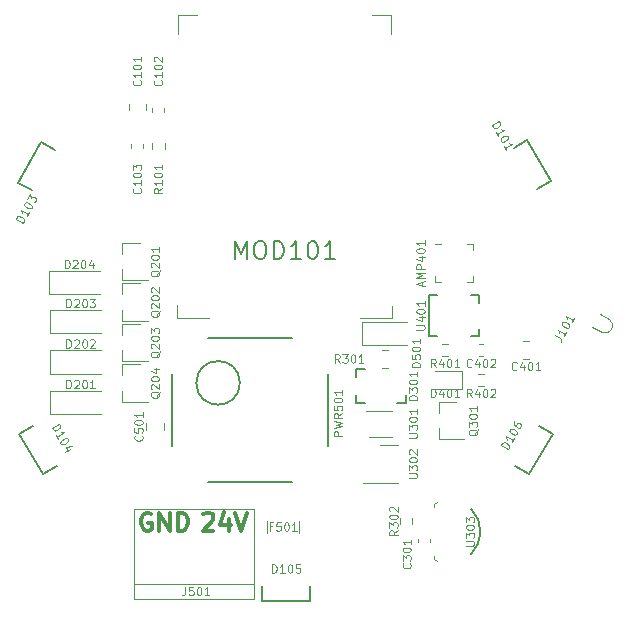
<source format=gbr>
G04 #@! TF.GenerationSoftware,KiCad,Pcbnew,5.0.2+dfsg1-1*
G04 #@! TF.CreationDate,2021-02-26T15:03:44+01:00*
G04 #@! TF.ProjectId,KiCAD_Board,4b694341-445f-4426-9f61-72642e6b6963,rev?*
G04 #@! TF.SameCoordinates,Original*
G04 #@! TF.FileFunction,Legend,Top*
G04 #@! TF.FilePolarity,Positive*
%FSLAX46Y46*%
G04 Gerber Fmt 4.6, Leading zero omitted, Abs format (unit mm)*
G04 Created by KiCad (PCBNEW 5.0.2+dfsg1-1) date Fri 26 Feb 2021 15:03:44 CET*
%MOMM*%
%LPD*%
G01*
G04 APERTURE LIST*
%ADD10C,0.300000*%
%ADD11C,0.120000*%
%ADD12C,0.100000*%
%ADD13C,0.150000*%
G04 APERTURE END LIST*
D10*
X141597285Y-122511428D02*
X141668714Y-122440000D01*
X141811571Y-122368571D01*
X142168714Y-122368571D01*
X142311571Y-122440000D01*
X142383000Y-122511428D01*
X142454428Y-122654285D01*
X142454428Y-122797142D01*
X142383000Y-123011428D01*
X141525857Y-123868571D01*
X142454428Y-123868571D01*
X143740142Y-122868571D02*
X143740142Y-123868571D01*
X143383000Y-122297142D02*
X143025857Y-123368571D01*
X143954428Y-123368571D01*
X144311571Y-122368571D02*
X144811571Y-123868571D01*
X145311571Y-122368571D01*
X137160142Y-122440000D02*
X137017285Y-122368571D01*
X136803000Y-122368571D01*
X136588714Y-122440000D01*
X136445857Y-122582857D01*
X136374428Y-122725714D01*
X136303000Y-123011428D01*
X136303000Y-123225714D01*
X136374428Y-123511428D01*
X136445857Y-123654285D01*
X136588714Y-123797142D01*
X136803000Y-123868571D01*
X136945857Y-123868571D01*
X137160142Y-123797142D01*
X137231571Y-123725714D01*
X137231571Y-123225714D01*
X136945857Y-123225714D01*
X137874428Y-123868571D02*
X137874428Y-122368571D01*
X138731571Y-123868571D01*
X138731571Y-122368571D01*
X139445857Y-123868571D02*
X139445857Y-122368571D01*
X139803000Y-122368571D01*
X140017285Y-122440000D01*
X140160142Y-122582857D01*
X140231571Y-122725714D01*
X140303000Y-123011428D01*
X140303000Y-123225714D01*
X140231571Y-123511428D01*
X140160142Y-123654285D01*
X140017285Y-123797142D01*
X139803000Y-123868571D01*
X139445857Y-123868571D01*
D11*
G04 #@! TO.C,D501*
X155026000Y-106188000D02*
X158876000Y-106188000D01*
X155026000Y-108188000D02*
X158876000Y-108188000D01*
X155026000Y-106188000D02*
X155026000Y-108188000D01*
G04 #@! TO.C,C301*
X160784000Y-124854580D02*
X160784000Y-124573420D01*
X159764000Y-124854580D02*
X159764000Y-124573420D01*
G04 #@! TO.C,R302*
X159272500Y-123300258D02*
X159272500Y-122825742D01*
X158227500Y-123300258D02*
X158227500Y-122825742D01*
G04 #@! TO.C,C501*
X138250600Y-115323252D02*
X138250600Y-114800748D01*
X136780600Y-115323252D02*
X136780600Y-114800748D01*
G04 #@! TO.C,C401*
X169171252Y-107850000D02*
X168648748Y-107850000D01*
X169171252Y-109320000D02*
X168648748Y-109320000D01*
D12*
G04 #@! TO.C,J101*
X175310838Y-107065900D02*
G75*
G03X175945838Y-105966046I317500J549927D01*
G01*
X175945838Y-105966046D02*
X175175942Y-105521546D01*
X175310838Y-107065899D02*
X174540942Y-106621399D01*
G04 #@! TO.C,U303*
X161087000Y-121602000D02*
X161387000Y-121452000D01*
X161087000Y-121902000D02*
X161087000Y-121602000D01*
X161087000Y-126302000D02*
X161087000Y-126002000D01*
X161087000Y-126302000D02*
X161387000Y-126452000D01*
D13*
X164237000Y-125902000D02*
G75*
G03X164287000Y-122052000I-1900000J1950000D01*
G01*
D11*
G04 #@! TO.C,C102*
X138305000Y-88405580D02*
X138305000Y-88124420D01*
X137285000Y-88405580D02*
X137285000Y-88124420D01*
G04 #@! TO.C,C103*
X135507000Y-91172420D02*
X135507000Y-91453580D01*
X136527000Y-91172420D02*
X136527000Y-91453580D01*
G04 #@! TO.C,C101*
X136752000Y-88272252D02*
X136752000Y-87749748D01*
X135282000Y-88272252D02*
X135282000Y-87749748D01*
G04 #@! TO.C,R101*
X138317500Y-91550258D02*
X138317500Y-91075742D01*
X137272500Y-91550258D02*
X137272500Y-91075742D01*
G04 #@! TO.C,R301*
X156744936Y-110082000D02*
X157199064Y-110082000D01*
X156744936Y-108612000D02*
X157199064Y-108612000D01*
G04 #@! TO.C,C402*
X165240580Y-108075000D02*
X164959420Y-108075000D01*
X165240580Y-109095000D02*
X164959420Y-109095000D01*
G04 #@! TO.C,D401*
X163537000Y-110390000D02*
X161252000Y-110390000D01*
X163537000Y-111860000D02*
X163537000Y-110390000D01*
X161252000Y-111860000D02*
X163537000Y-111860000D01*
G04 #@! TO.C,R402*
X164862741Y-111647500D02*
X165337257Y-111647500D01*
X164862741Y-110602500D02*
X165337257Y-110602500D01*
G04 #@! TO.C,R401*
X161814742Y-109107500D02*
X162289258Y-109107500D01*
X161814742Y-108062500D02*
X162289258Y-108062500D01*
G04 #@! TO.C,AMP401*
X161679000Y-99609000D02*
X161204000Y-99609000D01*
X164424000Y-102829000D02*
X164424000Y-102354000D01*
X163949000Y-102829000D02*
X164424000Y-102829000D01*
X161204000Y-102829000D02*
X161204000Y-102354000D01*
X161679000Y-102829000D02*
X161204000Y-102829000D01*
X164424000Y-99609000D02*
X164424000Y-100084000D01*
X163949000Y-99609000D02*
X164424000Y-99609000D01*
G04 #@! TO.C,F501*
X146976000Y-123080545D02*
X146976000Y-124061455D01*
X149696000Y-123080545D02*
X149696000Y-124061455D01*
G04 #@! TO.C,J501*
X135763000Y-129667000D02*
X145923000Y-129667000D01*
X135763000Y-122047000D02*
X135763000Y-129667000D01*
X145923000Y-122047000D02*
X135763000Y-122047000D01*
X145923000Y-129667000D02*
X145923000Y-122047000D01*
X145923000Y-128397000D02*
X135763000Y-128397000D01*
D13*
G04 #@! TO.C,PWR501*
X138938000Y-116713000D02*
X138938000Y-110617000D01*
X149098000Y-119761000D02*
X141986000Y-119761000D01*
X152146000Y-110617000D02*
X152146000Y-116713000D01*
X141986000Y-107569000D02*
X149098000Y-107569000D01*
X144685909Y-111365000D02*
G75*
G03X144685909Y-111365000I-1843909J0D01*
G01*
D11*
G04 #@! TO.C,D202*
X128641000Y-110601000D02*
X132941000Y-110601000D01*
X128641000Y-108601000D02*
X128641000Y-110601000D01*
X132941000Y-108601000D02*
X128641000Y-108601000D01*
G04 #@! TO.C,D203*
X128641001Y-107172000D02*
X132941001Y-107172000D01*
X128641001Y-105172000D02*
X128641001Y-107172000D01*
X132941001Y-105172000D02*
X128641001Y-105172000D01*
G04 #@! TO.C,D204*
X128514001Y-103870001D02*
X132814001Y-103870001D01*
X128514001Y-101870001D02*
X128514001Y-103870001D01*
X132814001Y-101870001D02*
X128514001Y-101870001D01*
G04 #@! TO.C,D201*
X128641000Y-114030000D02*
X132941000Y-114030000D01*
X128641000Y-112030000D02*
X128641000Y-114030000D01*
X132941000Y-112030000D02*
X128641000Y-112030000D01*
G04 #@! TO.C,U301*
X155391000Y-113708000D02*
X157591000Y-113708000D01*
X155611000Y-115908000D02*
X157581000Y-115908000D01*
G04 #@! TO.C,U302*
X155091000Y-119847000D02*
X158091000Y-119847000D01*
X156591000Y-116627000D02*
X158091000Y-116627000D01*
G04 #@! TO.C,Q301*
X161546000Y-112974000D02*
X163006000Y-112974000D01*
X161546000Y-116134000D02*
X163706000Y-116134000D01*
X161546000Y-116134000D02*
X161546000Y-115204000D01*
X161546000Y-112974000D02*
X161546000Y-113904000D01*
G04 #@! TO.C,Q204*
X134749000Y-109799000D02*
X136209000Y-109799000D01*
X134749000Y-112959000D02*
X136909000Y-112959000D01*
X134749000Y-112959000D02*
X134749000Y-112029000D01*
X134749000Y-109799000D02*
X134749000Y-110729000D01*
G04 #@! TO.C,Q203*
X134749000Y-106370000D02*
X136209000Y-106370000D01*
X134749000Y-109530000D02*
X136909000Y-109530000D01*
X134749000Y-109530000D02*
X134749000Y-108600000D01*
X134749000Y-106370000D02*
X134749000Y-107300000D01*
G04 #@! TO.C,Q202*
X134749000Y-102941000D02*
X136209000Y-102941000D01*
X134749000Y-106101000D02*
X136909000Y-106101000D01*
X134749000Y-106101000D02*
X134749000Y-105171000D01*
X134749000Y-102941000D02*
X134749000Y-103871000D01*
G04 #@! TO.C,Q201*
X134749000Y-99512000D02*
X136209000Y-99512000D01*
X134749000Y-102672000D02*
X136909000Y-102672000D01*
X134749000Y-102672000D02*
X134749000Y-101742000D01*
X134749000Y-99512000D02*
X134749000Y-100442000D01*
D13*
G04 #@! TO.C,U401*
X160738000Y-107364000D02*
X161338000Y-107364000D01*
X160738000Y-103964000D02*
X160738000Y-107364000D01*
X161338000Y-103964000D02*
X160738000Y-103964000D01*
X164938000Y-103964000D02*
X164238000Y-103964000D01*
X164938000Y-104564000D02*
X164938000Y-103964000D01*
X164938000Y-107364000D02*
X164938000Y-106764000D01*
X164938000Y-107364000D02*
X164238000Y-107364000D01*
G04 #@! TO.C,D106*
X170002970Y-114980949D02*
X171168641Y-115653949D01*
X169168641Y-119118051D02*
X168002970Y-118445051D01*
X171168641Y-115653949D02*
X169168641Y-119118051D01*
G04 #@! TO.C,D105*
X150590000Y-128524000D02*
X150590000Y-129870000D01*
X146590000Y-129870000D02*
X146590000Y-128524000D01*
X150590000Y-129870000D02*
X146590000Y-129870000D01*
G04 #@! TO.C,D104*
X129177030Y-118445051D02*
X128011359Y-119118051D01*
X126011359Y-115653949D02*
X127177030Y-114980949D01*
X128011359Y-119118051D02*
X126011359Y-115653949D01*
G04 #@! TO.C,D103*
X127050030Y-95077051D02*
X125884359Y-94404051D01*
X127884359Y-90939949D02*
X129050030Y-91612949D01*
X125884359Y-94404051D02*
X127884359Y-90939949D01*
G04 #@! TO.C,D101*
X167875970Y-91485949D02*
X169041641Y-90812949D01*
X171041641Y-94277051D02*
X169875970Y-94950051D01*
X169041641Y-90812949D02*
X171041641Y-94277051D01*
G04 #@! TO.C,D301*
X154491000Y-110233000D02*
X155291000Y-110233000D01*
X154491000Y-110833000D02*
X154491000Y-110233000D01*
X154491000Y-113033000D02*
X154491000Y-112433000D01*
X155291000Y-113033000D02*
X154491000Y-113033000D01*
X158791000Y-113033000D02*
X157991000Y-113033000D01*
X158791000Y-112433000D02*
X158791000Y-113033000D01*
D12*
G04 #@! TO.C,MOD101*
X139393000Y-105842000D02*
X142043000Y-105842000D01*
X139393000Y-104792000D02*
X139393000Y-105842000D01*
X157543000Y-105862000D02*
X154843000Y-105862000D01*
X157543000Y-104822000D02*
X157543000Y-105862000D01*
X139423000Y-80222000D02*
X141053000Y-80222000D01*
X139423000Y-81852000D02*
X139423000Y-80222000D01*
X157493000Y-80222000D02*
X155853000Y-80222000D01*
X157493000Y-81842000D02*
X157493000Y-80222000D01*
G04 #@! TO.C,D501*
X159955666Y-110022333D02*
X159255666Y-110022333D01*
X159255666Y-109855666D01*
X159289000Y-109755666D01*
X159355666Y-109689000D01*
X159422333Y-109655666D01*
X159555666Y-109622333D01*
X159655666Y-109622333D01*
X159789000Y-109655666D01*
X159855666Y-109689000D01*
X159922333Y-109755666D01*
X159955666Y-109855666D01*
X159955666Y-110022333D01*
X159255666Y-108989000D02*
X159255666Y-109322333D01*
X159589000Y-109355666D01*
X159555666Y-109322333D01*
X159522333Y-109255666D01*
X159522333Y-109089000D01*
X159555666Y-109022333D01*
X159589000Y-108989000D01*
X159655666Y-108955666D01*
X159822333Y-108955666D01*
X159889000Y-108989000D01*
X159922333Y-109022333D01*
X159955666Y-109089000D01*
X159955666Y-109255666D01*
X159922333Y-109322333D01*
X159889000Y-109355666D01*
X159255666Y-108522333D02*
X159255666Y-108455666D01*
X159289000Y-108389000D01*
X159322333Y-108355666D01*
X159389000Y-108322333D01*
X159522333Y-108289000D01*
X159689000Y-108289000D01*
X159822333Y-108322333D01*
X159889000Y-108355666D01*
X159922333Y-108389000D01*
X159955666Y-108455666D01*
X159955666Y-108522333D01*
X159922333Y-108589000D01*
X159889000Y-108622333D01*
X159822333Y-108655666D01*
X159689000Y-108689000D01*
X159522333Y-108689000D01*
X159389000Y-108655666D01*
X159322333Y-108622333D01*
X159289000Y-108589000D01*
X159255666Y-108522333D01*
X159955666Y-107622333D02*
X159955666Y-108022333D01*
X159955666Y-107822333D02*
X159255666Y-107822333D01*
X159355666Y-107889000D01*
X159422333Y-107955666D01*
X159455666Y-108022333D01*
G04 #@! TO.C,C301*
X159094000Y-126640333D02*
X159127333Y-126673666D01*
X159160666Y-126773666D01*
X159160666Y-126840333D01*
X159127333Y-126940333D01*
X159060666Y-127007000D01*
X158994000Y-127040333D01*
X158860666Y-127073666D01*
X158760666Y-127073666D01*
X158627333Y-127040333D01*
X158560666Y-127007000D01*
X158494000Y-126940333D01*
X158460666Y-126840333D01*
X158460666Y-126773666D01*
X158494000Y-126673666D01*
X158527333Y-126640333D01*
X158460666Y-126407000D02*
X158460666Y-125973666D01*
X158727333Y-126207000D01*
X158727333Y-126107000D01*
X158760666Y-126040333D01*
X158794000Y-126007000D01*
X158860666Y-125973666D01*
X159027333Y-125973666D01*
X159094000Y-126007000D01*
X159127333Y-126040333D01*
X159160666Y-126107000D01*
X159160666Y-126307000D01*
X159127333Y-126373666D01*
X159094000Y-126407000D01*
X158460666Y-125540333D02*
X158460666Y-125473666D01*
X158494000Y-125407000D01*
X158527333Y-125373666D01*
X158594000Y-125340333D01*
X158727333Y-125307000D01*
X158894000Y-125307000D01*
X159027333Y-125340333D01*
X159094000Y-125373666D01*
X159127333Y-125407000D01*
X159160666Y-125473666D01*
X159160666Y-125540333D01*
X159127333Y-125607000D01*
X159094000Y-125640333D01*
X159027333Y-125673666D01*
X158894000Y-125707000D01*
X158727333Y-125707000D01*
X158594000Y-125673666D01*
X158527333Y-125640333D01*
X158494000Y-125607000D01*
X158460666Y-125540333D01*
X159160666Y-124640333D02*
X159160666Y-125040333D01*
X159160666Y-124840333D02*
X158460666Y-124840333D01*
X158560666Y-124907000D01*
X158627333Y-124973666D01*
X158660666Y-125040333D01*
G04 #@! TO.C,R302*
X158050666Y-123846333D02*
X157717333Y-124079666D01*
X158050666Y-124246333D02*
X157350666Y-124246333D01*
X157350666Y-123979666D01*
X157384000Y-123913000D01*
X157417333Y-123879666D01*
X157484000Y-123846333D01*
X157584000Y-123846333D01*
X157650666Y-123879666D01*
X157684000Y-123913000D01*
X157717333Y-123979666D01*
X157717333Y-124246333D01*
X157350666Y-123613000D02*
X157350666Y-123179666D01*
X157617333Y-123413000D01*
X157617333Y-123313000D01*
X157650666Y-123246333D01*
X157684000Y-123213000D01*
X157750666Y-123179666D01*
X157917333Y-123179666D01*
X157984000Y-123213000D01*
X158017333Y-123246333D01*
X158050666Y-123313000D01*
X158050666Y-123513000D01*
X158017333Y-123579666D01*
X157984000Y-123613000D01*
X157350666Y-122746333D02*
X157350666Y-122679666D01*
X157384000Y-122613000D01*
X157417333Y-122579666D01*
X157484000Y-122546333D01*
X157617333Y-122513000D01*
X157784000Y-122513000D01*
X157917333Y-122546333D01*
X157984000Y-122579666D01*
X158017333Y-122613000D01*
X158050666Y-122679666D01*
X158050666Y-122746333D01*
X158017333Y-122813000D01*
X157984000Y-122846333D01*
X157917333Y-122879666D01*
X157784000Y-122913000D01*
X157617333Y-122913000D01*
X157484000Y-122879666D01*
X157417333Y-122846333D01*
X157384000Y-122813000D01*
X157350666Y-122746333D01*
X157417333Y-122246333D02*
X157384000Y-122213000D01*
X157350666Y-122146333D01*
X157350666Y-121979666D01*
X157384000Y-121913000D01*
X157417333Y-121879666D01*
X157484000Y-121846333D01*
X157550666Y-121846333D01*
X157650666Y-121879666D01*
X158050666Y-122279666D01*
X158050666Y-121846333D01*
G04 #@! TO.C,C501*
X136394000Y-115845333D02*
X136427333Y-115878666D01*
X136460666Y-115978666D01*
X136460666Y-116045333D01*
X136427333Y-116145333D01*
X136360666Y-116212000D01*
X136294000Y-116245333D01*
X136160666Y-116278666D01*
X136060666Y-116278666D01*
X135927333Y-116245333D01*
X135860666Y-116212000D01*
X135794000Y-116145333D01*
X135760666Y-116045333D01*
X135760666Y-115978666D01*
X135794000Y-115878666D01*
X135827333Y-115845333D01*
X135760666Y-115212000D02*
X135760666Y-115545333D01*
X136094000Y-115578666D01*
X136060666Y-115545333D01*
X136027333Y-115478666D01*
X136027333Y-115312000D01*
X136060666Y-115245333D01*
X136094000Y-115212000D01*
X136160666Y-115178666D01*
X136327333Y-115178666D01*
X136394000Y-115212000D01*
X136427333Y-115245333D01*
X136460666Y-115312000D01*
X136460666Y-115478666D01*
X136427333Y-115545333D01*
X136394000Y-115578666D01*
X135760666Y-114745333D02*
X135760666Y-114678666D01*
X135794000Y-114612000D01*
X135827333Y-114578666D01*
X135894000Y-114545333D01*
X136027333Y-114512000D01*
X136194000Y-114512000D01*
X136327333Y-114545333D01*
X136394000Y-114578666D01*
X136427333Y-114612000D01*
X136460666Y-114678666D01*
X136460666Y-114745333D01*
X136427333Y-114812000D01*
X136394000Y-114845333D01*
X136327333Y-114878666D01*
X136194000Y-114912000D01*
X136027333Y-114912000D01*
X135894000Y-114878666D01*
X135827333Y-114845333D01*
X135794000Y-114812000D01*
X135760666Y-114745333D01*
X136460666Y-113845333D02*
X136460666Y-114245333D01*
X136460666Y-114045333D02*
X135760666Y-114045333D01*
X135860666Y-114112000D01*
X135927333Y-114178666D01*
X135960666Y-114245333D01*
G04 #@! TO.C,C401*
X168126666Y-110232000D02*
X168093333Y-110265333D01*
X167993333Y-110298666D01*
X167926666Y-110298666D01*
X167826666Y-110265333D01*
X167760000Y-110198666D01*
X167726666Y-110132000D01*
X167693333Y-109998666D01*
X167693333Y-109898666D01*
X167726666Y-109765333D01*
X167760000Y-109698666D01*
X167826666Y-109632000D01*
X167926666Y-109598666D01*
X167993333Y-109598666D01*
X168093333Y-109632000D01*
X168126666Y-109665333D01*
X168726666Y-109832000D02*
X168726666Y-110298666D01*
X168560000Y-109565333D02*
X168393333Y-110065333D01*
X168826666Y-110065333D01*
X169226666Y-109598666D02*
X169293333Y-109598666D01*
X169360000Y-109632000D01*
X169393333Y-109665333D01*
X169426666Y-109732000D01*
X169460000Y-109865333D01*
X169460000Y-110032000D01*
X169426666Y-110165333D01*
X169393333Y-110232000D01*
X169360000Y-110265333D01*
X169293333Y-110298666D01*
X169226666Y-110298666D01*
X169160000Y-110265333D01*
X169126666Y-110232000D01*
X169093333Y-110165333D01*
X169060000Y-110032000D01*
X169060000Y-109865333D01*
X169093333Y-109732000D01*
X169126666Y-109665333D01*
X169160000Y-109632000D01*
X169226666Y-109598666D01*
X170126666Y-110298666D02*
X169726666Y-110298666D01*
X169926666Y-110298666D02*
X169926666Y-109598666D01*
X169860000Y-109698666D01*
X169793333Y-109765333D01*
X169726666Y-109798666D01*
G04 #@! TO.C,J101*
X171364201Y-107293007D02*
X171797214Y-107543007D01*
X171867150Y-107621874D01*
X171891551Y-107712943D01*
X171870419Y-107816212D01*
X171837086Y-107873947D01*
X172320419Y-107036789D02*
X172120419Y-107383199D01*
X172220419Y-107209994D02*
X171614201Y-106859994D01*
X171667470Y-106967729D01*
X171691872Y-107058797D01*
X171687406Y-107133199D01*
X171930868Y-106311511D02*
X171964201Y-106253776D01*
X172026402Y-106212708D01*
X172071936Y-106200507D01*
X172146338Y-106204973D01*
X172278475Y-106242772D01*
X172422812Y-106326105D01*
X172521615Y-106421639D01*
X172562684Y-106483840D01*
X172574885Y-106529375D01*
X172570419Y-106603776D01*
X172537086Y-106661511D01*
X172474885Y-106702580D01*
X172429351Y-106714780D01*
X172354949Y-106710315D01*
X172222812Y-106672515D01*
X172078475Y-106589182D01*
X171979671Y-106493648D01*
X171938603Y-106431447D01*
X171926402Y-106385913D01*
X171930868Y-106311511D01*
X172987086Y-105882088D02*
X172787086Y-106228499D01*
X172887086Y-106055293D02*
X172280868Y-105705293D01*
X172334137Y-105813028D01*
X172358539Y-105904097D01*
X172354073Y-105978499D01*
G04 #@! TO.C,U303*
X163827666Y-125152000D02*
X164394333Y-125152000D01*
X164461000Y-125118666D01*
X164494333Y-125085333D01*
X164527666Y-125018666D01*
X164527666Y-124885333D01*
X164494333Y-124818666D01*
X164461000Y-124785333D01*
X164394333Y-124752000D01*
X163827666Y-124752000D01*
X163827666Y-124485333D02*
X163827666Y-124052000D01*
X164094333Y-124285333D01*
X164094333Y-124185333D01*
X164127666Y-124118666D01*
X164161000Y-124085333D01*
X164227666Y-124052000D01*
X164394333Y-124052000D01*
X164461000Y-124085333D01*
X164494333Y-124118666D01*
X164527666Y-124185333D01*
X164527666Y-124385333D01*
X164494333Y-124452000D01*
X164461000Y-124485333D01*
X163827666Y-123618666D02*
X163827666Y-123552000D01*
X163861000Y-123485333D01*
X163894333Y-123452000D01*
X163961000Y-123418666D01*
X164094333Y-123385333D01*
X164261000Y-123385333D01*
X164394333Y-123418666D01*
X164461000Y-123452000D01*
X164494333Y-123485333D01*
X164527666Y-123552000D01*
X164527666Y-123618666D01*
X164494333Y-123685333D01*
X164461000Y-123718666D01*
X164394333Y-123752000D01*
X164261000Y-123785333D01*
X164094333Y-123785333D01*
X163961000Y-123752000D01*
X163894333Y-123718666D01*
X163861000Y-123685333D01*
X163827666Y-123618666D01*
X163827666Y-123152000D02*
X163827666Y-122718666D01*
X164094333Y-122952000D01*
X164094333Y-122852000D01*
X164127666Y-122785333D01*
X164161000Y-122752000D01*
X164227666Y-122718666D01*
X164394333Y-122718666D01*
X164461000Y-122752000D01*
X164494333Y-122785333D01*
X164527666Y-122852000D01*
X164527666Y-123052000D01*
X164494333Y-123118666D01*
X164461000Y-123152000D01*
G04 #@! TO.C,C102*
X138045000Y-85746333D02*
X138078333Y-85779666D01*
X138111666Y-85879666D01*
X138111666Y-85946333D01*
X138078333Y-86046333D01*
X138011666Y-86113000D01*
X137945000Y-86146333D01*
X137811666Y-86179666D01*
X137711666Y-86179666D01*
X137578333Y-86146333D01*
X137511666Y-86113000D01*
X137445000Y-86046333D01*
X137411666Y-85946333D01*
X137411666Y-85879666D01*
X137445000Y-85779666D01*
X137478333Y-85746333D01*
X138111666Y-85079666D02*
X138111666Y-85479666D01*
X138111666Y-85279666D02*
X137411666Y-85279666D01*
X137511666Y-85346333D01*
X137578333Y-85413000D01*
X137611666Y-85479666D01*
X137411666Y-84646333D02*
X137411666Y-84579666D01*
X137445000Y-84513000D01*
X137478333Y-84479666D01*
X137545000Y-84446333D01*
X137678333Y-84413000D01*
X137845000Y-84413000D01*
X137978333Y-84446333D01*
X138045000Y-84479666D01*
X138078333Y-84513000D01*
X138111666Y-84579666D01*
X138111666Y-84646333D01*
X138078333Y-84713000D01*
X138045000Y-84746333D01*
X137978333Y-84779666D01*
X137845000Y-84813000D01*
X137678333Y-84813000D01*
X137545000Y-84779666D01*
X137478333Y-84746333D01*
X137445000Y-84713000D01*
X137411666Y-84646333D01*
X137478333Y-84146333D02*
X137445000Y-84113000D01*
X137411666Y-84046333D01*
X137411666Y-83879666D01*
X137445000Y-83813000D01*
X137478333Y-83779666D01*
X137545000Y-83746333D01*
X137611666Y-83746333D01*
X137711666Y-83779666D01*
X138111666Y-84179666D01*
X138111666Y-83746333D01*
G04 #@! TO.C,C103*
X136267000Y-94890333D02*
X136300333Y-94923666D01*
X136333666Y-95023666D01*
X136333666Y-95090333D01*
X136300333Y-95190333D01*
X136233666Y-95257000D01*
X136167000Y-95290333D01*
X136033666Y-95323666D01*
X135933666Y-95323666D01*
X135800333Y-95290333D01*
X135733666Y-95257000D01*
X135667000Y-95190333D01*
X135633666Y-95090333D01*
X135633666Y-95023666D01*
X135667000Y-94923666D01*
X135700333Y-94890333D01*
X136333666Y-94223666D02*
X136333666Y-94623666D01*
X136333666Y-94423666D02*
X135633666Y-94423666D01*
X135733666Y-94490333D01*
X135800333Y-94557000D01*
X135833666Y-94623666D01*
X135633666Y-93790333D02*
X135633666Y-93723666D01*
X135667000Y-93657000D01*
X135700333Y-93623666D01*
X135767000Y-93590333D01*
X135900333Y-93557000D01*
X136067000Y-93557000D01*
X136200333Y-93590333D01*
X136267000Y-93623666D01*
X136300333Y-93657000D01*
X136333666Y-93723666D01*
X136333666Y-93790333D01*
X136300333Y-93857000D01*
X136267000Y-93890333D01*
X136200333Y-93923666D01*
X136067000Y-93957000D01*
X135900333Y-93957000D01*
X135767000Y-93923666D01*
X135700333Y-93890333D01*
X135667000Y-93857000D01*
X135633666Y-93790333D01*
X135633666Y-93323666D02*
X135633666Y-92890333D01*
X135900333Y-93123666D01*
X135900333Y-93023666D01*
X135933666Y-92957000D01*
X135967000Y-92923666D01*
X136033666Y-92890333D01*
X136200333Y-92890333D01*
X136267000Y-92923666D01*
X136300333Y-92957000D01*
X136333666Y-93023666D01*
X136333666Y-93223666D01*
X136300333Y-93290333D01*
X136267000Y-93323666D01*
G04 #@! TO.C,C101*
X136267000Y-85746333D02*
X136300333Y-85779666D01*
X136333666Y-85879666D01*
X136333666Y-85946333D01*
X136300333Y-86046333D01*
X136233666Y-86113000D01*
X136167000Y-86146333D01*
X136033666Y-86179666D01*
X135933666Y-86179666D01*
X135800333Y-86146333D01*
X135733666Y-86113000D01*
X135667000Y-86046333D01*
X135633666Y-85946333D01*
X135633666Y-85879666D01*
X135667000Y-85779666D01*
X135700333Y-85746333D01*
X136333666Y-85079666D02*
X136333666Y-85479666D01*
X136333666Y-85279666D02*
X135633666Y-85279666D01*
X135733666Y-85346333D01*
X135800333Y-85413000D01*
X135833666Y-85479666D01*
X135633666Y-84646333D02*
X135633666Y-84579666D01*
X135667000Y-84513000D01*
X135700333Y-84479666D01*
X135767000Y-84446333D01*
X135900333Y-84413000D01*
X136067000Y-84413000D01*
X136200333Y-84446333D01*
X136267000Y-84479666D01*
X136300333Y-84513000D01*
X136333666Y-84579666D01*
X136333666Y-84646333D01*
X136300333Y-84713000D01*
X136267000Y-84746333D01*
X136200333Y-84779666D01*
X136067000Y-84813000D01*
X135900333Y-84813000D01*
X135767000Y-84779666D01*
X135700333Y-84746333D01*
X135667000Y-84713000D01*
X135633666Y-84646333D01*
X136333666Y-83746333D02*
X136333666Y-84146333D01*
X136333666Y-83946333D02*
X135633666Y-83946333D01*
X135733666Y-84013000D01*
X135800333Y-84079666D01*
X135833666Y-84146333D01*
G04 #@! TO.C,R101*
X138111666Y-94890333D02*
X137778333Y-95123666D01*
X138111666Y-95290333D02*
X137411666Y-95290333D01*
X137411666Y-95023666D01*
X137445000Y-94957000D01*
X137478333Y-94923666D01*
X137545000Y-94890333D01*
X137645000Y-94890333D01*
X137711666Y-94923666D01*
X137745000Y-94957000D01*
X137778333Y-95023666D01*
X137778333Y-95290333D01*
X138111666Y-94223666D02*
X138111666Y-94623666D01*
X138111666Y-94423666D02*
X137411666Y-94423666D01*
X137511666Y-94490333D01*
X137578333Y-94557000D01*
X137611666Y-94623666D01*
X137411666Y-93790333D02*
X137411666Y-93723666D01*
X137445000Y-93657000D01*
X137478333Y-93623666D01*
X137545000Y-93590333D01*
X137678333Y-93557000D01*
X137845000Y-93557000D01*
X137978333Y-93590333D01*
X138045000Y-93623666D01*
X138078333Y-93657000D01*
X138111666Y-93723666D01*
X138111666Y-93790333D01*
X138078333Y-93857000D01*
X138045000Y-93890333D01*
X137978333Y-93923666D01*
X137845000Y-93957000D01*
X137678333Y-93957000D01*
X137545000Y-93923666D01*
X137478333Y-93890333D01*
X137445000Y-93857000D01*
X137411666Y-93790333D01*
X138111666Y-92890333D02*
X138111666Y-93290333D01*
X138111666Y-93090333D02*
X137411666Y-93090333D01*
X137511666Y-93157000D01*
X137578333Y-93223666D01*
X137611666Y-93290333D01*
G04 #@! TO.C,R301*
X153140666Y-109663666D02*
X152907333Y-109330333D01*
X152740666Y-109663666D02*
X152740666Y-108963666D01*
X153007333Y-108963666D01*
X153074000Y-108997000D01*
X153107333Y-109030333D01*
X153140666Y-109097000D01*
X153140666Y-109197000D01*
X153107333Y-109263666D01*
X153074000Y-109297000D01*
X153007333Y-109330333D01*
X152740666Y-109330333D01*
X153374000Y-108963666D02*
X153807333Y-108963666D01*
X153574000Y-109230333D01*
X153674000Y-109230333D01*
X153740666Y-109263666D01*
X153774000Y-109297000D01*
X153807333Y-109363666D01*
X153807333Y-109530333D01*
X153774000Y-109597000D01*
X153740666Y-109630333D01*
X153674000Y-109663666D01*
X153474000Y-109663666D01*
X153407333Y-109630333D01*
X153374000Y-109597000D01*
X154240666Y-108963666D02*
X154307333Y-108963666D01*
X154374000Y-108997000D01*
X154407333Y-109030333D01*
X154440666Y-109097000D01*
X154474000Y-109230333D01*
X154474000Y-109397000D01*
X154440666Y-109530333D01*
X154407333Y-109597000D01*
X154374000Y-109630333D01*
X154307333Y-109663666D01*
X154240666Y-109663666D01*
X154174000Y-109630333D01*
X154140666Y-109597000D01*
X154107333Y-109530333D01*
X154074000Y-109397000D01*
X154074000Y-109230333D01*
X154107333Y-109097000D01*
X154140666Y-109030333D01*
X154174000Y-108997000D01*
X154240666Y-108963666D01*
X155140666Y-109663666D02*
X154740666Y-109663666D01*
X154940666Y-109663666D02*
X154940666Y-108963666D01*
X154874000Y-109063666D01*
X154807333Y-109130333D01*
X154740666Y-109163666D01*
G04 #@! TO.C,C402*
X164316666Y-109978000D02*
X164283333Y-110011333D01*
X164183333Y-110044666D01*
X164116666Y-110044666D01*
X164016666Y-110011333D01*
X163950000Y-109944666D01*
X163916666Y-109878000D01*
X163883333Y-109744666D01*
X163883333Y-109644666D01*
X163916666Y-109511333D01*
X163950000Y-109444666D01*
X164016666Y-109378000D01*
X164116666Y-109344666D01*
X164183333Y-109344666D01*
X164283333Y-109378000D01*
X164316666Y-109411333D01*
X164916666Y-109578000D02*
X164916666Y-110044666D01*
X164750000Y-109311333D02*
X164583333Y-109811333D01*
X165016666Y-109811333D01*
X165416666Y-109344666D02*
X165483333Y-109344666D01*
X165550000Y-109378000D01*
X165583333Y-109411333D01*
X165616666Y-109478000D01*
X165650000Y-109611333D01*
X165650000Y-109778000D01*
X165616666Y-109911333D01*
X165583333Y-109978000D01*
X165550000Y-110011333D01*
X165483333Y-110044666D01*
X165416666Y-110044666D01*
X165350000Y-110011333D01*
X165316666Y-109978000D01*
X165283333Y-109911333D01*
X165250000Y-109778000D01*
X165250000Y-109611333D01*
X165283333Y-109478000D01*
X165316666Y-109411333D01*
X165350000Y-109378000D01*
X165416666Y-109344666D01*
X165916666Y-109411333D02*
X165950000Y-109378000D01*
X166016666Y-109344666D01*
X166183333Y-109344666D01*
X166250000Y-109378000D01*
X166283333Y-109411333D01*
X166316666Y-109478000D01*
X166316666Y-109544666D01*
X166283333Y-109644666D01*
X165883333Y-110044666D01*
X166316666Y-110044666D01*
G04 #@! TO.C,D401*
X160868666Y-112584666D02*
X160868666Y-111884666D01*
X161035333Y-111884666D01*
X161135333Y-111918000D01*
X161202000Y-111984666D01*
X161235333Y-112051333D01*
X161268666Y-112184666D01*
X161268666Y-112284666D01*
X161235333Y-112418000D01*
X161202000Y-112484666D01*
X161135333Y-112551333D01*
X161035333Y-112584666D01*
X160868666Y-112584666D01*
X161868666Y-112118000D02*
X161868666Y-112584666D01*
X161702000Y-111851333D02*
X161535333Y-112351333D01*
X161968666Y-112351333D01*
X162368666Y-111884666D02*
X162435333Y-111884666D01*
X162502000Y-111918000D01*
X162535333Y-111951333D01*
X162568666Y-112018000D01*
X162602000Y-112151333D01*
X162602000Y-112318000D01*
X162568666Y-112451333D01*
X162535333Y-112518000D01*
X162502000Y-112551333D01*
X162435333Y-112584666D01*
X162368666Y-112584666D01*
X162302000Y-112551333D01*
X162268666Y-112518000D01*
X162235333Y-112451333D01*
X162202000Y-112318000D01*
X162202000Y-112151333D01*
X162235333Y-112018000D01*
X162268666Y-111951333D01*
X162302000Y-111918000D01*
X162368666Y-111884666D01*
X163268666Y-112584666D02*
X162868666Y-112584666D01*
X163068666Y-112584666D02*
X163068666Y-111884666D01*
X163002000Y-111984666D01*
X162935333Y-112051333D01*
X162868666Y-112084666D01*
G04 #@! TO.C,R402*
X164316665Y-112584666D02*
X164083332Y-112251333D01*
X163916665Y-112584666D02*
X163916665Y-111884666D01*
X164183332Y-111884666D01*
X164249999Y-111918000D01*
X164283332Y-111951333D01*
X164316665Y-112018000D01*
X164316665Y-112118000D01*
X164283332Y-112184666D01*
X164249999Y-112218000D01*
X164183332Y-112251333D01*
X163916665Y-112251333D01*
X164916665Y-112118000D02*
X164916665Y-112584666D01*
X164749999Y-111851333D02*
X164583332Y-112351333D01*
X165016665Y-112351333D01*
X165416665Y-111884666D02*
X165483332Y-111884666D01*
X165549999Y-111918000D01*
X165583332Y-111951333D01*
X165616665Y-112018000D01*
X165649999Y-112151333D01*
X165649999Y-112318000D01*
X165616665Y-112451333D01*
X165583332Y-112518000D01*
X165549999Y-112551333D01*
X165483332Y-112584666D01*
X165416665Y-112584666D01*
X165349999Y-112551333D01*
X165316665Y-112518000D01*
X165283332Y-112451333D01*
X165249999Y-112318000D01*
X165249999Y-112151333D01*
X165283332Y-112018000D01*
X165316665Y-111951333D01*
X165349999Y-111918000D01*
X165416665Y-111884666D01*
X165916665Y-111951333D02*
X165949999Y-111918000D01*
X166016665Y-111884666D01*
X166183332Y-111884666D01*
X166249999Y-111918000D01*
X166283332Y-111951333D01*
X166316665Y-112018000D01*
X166316665Y-112084666D01*
X166283332Y-112184666D01*
X165883332Y-112584666D01*
X166316665Y-112584666D01*
G04 #@! TO.C,R401*
X161268666Y-110044666D02*
X161035333Y-109711333D01*
X160868666Y-110044666D02*
X160868666Y-109344666D01*
X161135333Y-109344666D01*
X161202000Y-109378000D01*
X161235333Y-109411333D01*
X161268666Y-109478000D01*
X161268666Y-109578000D01*
X161235333Y-109644666D01*
X161202000Y-109678000D01*
X161135333Y-109711333D01*
X160868666Y-109711333D01*
X161868666Y-109578000D02*
X161868666Y-110044666D01*
X161702000Y-109311333D02*
X161535333Y-109811333D01*
X161968666Y-109811333D01*
X162368666Y-109344666D02*
X162435333Y-109344666D01*
X162502000Y-109378000D01*
X162535333Y-109411333D01*
X162568666Y-109478000D01*
X162602000Y-109611333D01*
X162602000Y-109778000D01*
X162568666Y-109911333D01*
X162535333Y-109978000D01*
X162502000Y-110011333D01*
X162435333Y-110044666D01*
X162368666Y-110044666D01*
X162302000Y-110011333D01*
X162268666Y-109978000D01*
X162235333Y-109911333D01*
X162202000Y-109778000D01*
X162202000Y-109611333D01*
X162235333Y-109478000D01*
X162268666Y-109411333D01*
X162302000Y-109378000D01*
X162368666Y-109344666D01*
X163268666Y-110044666D02*
X162868666Y-110044666D01*
X163068666Y-110044666D02*
X163068666Y-109344666D01*
X163002000Y-109444666D01*
X162935333Y-109511333D01*
X162868666Y-109544666D01*
G04 #@! TO.C,AMP401*
X160136666Y-103135666D02*
X160136666Y-102802333D01*
X160336666Y-103202333D02*
X159636666Y-102969000D01*
X160336666Y-102735666D01*
X160336666Y-102502333D02*
X159636666Y-102502333D01*
X160136666Y-102269000D01*
X159636666Y-102035666D01*
X160336666Y-102035666D01*
X160336666Y-101702333D02*
X159636666Y-101702333D01*
X159636666Y-101435666D01*
X159670000Y-101369000D01*
X159703333Y-101335666D01*
X159770000Y-101302333D01*
X159870000Y-101302333D01*
X159936666Y-101335666D01*
X159970000Y-101369000D01*
X160003333Y-101435666D01*
X160003333Y-101702333D01*
X159870000Y-100702333D02*
X160336666Y-100702333D01*
X159603333Y-100869000D02*
X160103333Y-101035666D01*
X160103333Y-100602333D01*
X159636666Y-100202333D02*
X159636666Y-100135666D01*
X159670000Y-100069000D01*
X159703333Y-100035666D01*
X159770000Y-100002333D01*
X159903333Y-99969000D01*
X160070000Y-99969000D01*
X160203333Y-100002333D01*
X160270000Y-100035666D01*
X160303333Y-100069000D01*
X160336666Y-100135666D01*
X160336666Y-100202333D01*
X160303333Y-100269000D01*
X160270000Y-100302333D01*
X160203333Y-100335666D01*
X160070000Y-100369000D01*
X159903333Y-100369000D01*
X159770000Y-100335666D01*
X159703333Y-100302333D01*
X159670000Y-100269000D01*
X159636666Y-100202333D01*
X160336666Y-99302333D02*
X160336666Y-99702333D01*
X160336666Y-99502333D02*
X159636666Y-99502333D01*
X159736666Y-99569000D01*
X159803333Y-99635666D01*
X159836666Y-99702333D01*
G04 #@! TO.C,F501*
X147436000Y-123521000D02*
X147202666Y-123521000D01*
X147202666Y-123887666D02*
X147202666Y-123187666D01*
X147536000Y-123187666D01*
X148136000Y-123187666D02*
X147802666Y-123187666D01*
X147769333Y-123521000D01*
X147802666Y-123487666D01*
X147869333Y-123454333D01*
X148036000Y-123454333D01*
X148102666Y-123487666D01*
X148136000Y-123521000D01*
X148169333Y-123587666D01*
X148169333Y-123754333D01*
X148136000Y-123821000D01*
X148102666Y-123854333D01*
X148036000Y-123887666D01*
X147869333Y-123887666D01*
X147802666Y-123854333D01*
X147769333Y-123821000D01*
X148602666Y-123187666D02*
X148669333Y-123187666D01*
X148736000Y-123221000D01*
X148769333Y-123254333D01*
X148802666Y-123321000D01*
X148836000Y-123454333D01*
X148836000Y-123621000D01*
X148802666Y-123754333D01*
X148769333Y-123821000D01*
X148736000Y-123854333D01*
X148669333Y-123887666D01*
X148602666Y-123887666D01*
X148536000Y-123854333D01*
X148502666Y-123821000D01*
X148469333Y-123754333D01*
X148436000Y-123621000D01*
X148436000Y-123454333D01*
X148469333Y-123321000D01*
X148502666Y-123254333D01*
X148536000Y-123221000D01*
X148602666Y-123187666D01*
X149502666Y-123887666D02*
X149102666Y-123887666D01*
X149302666Y-123887666D02*
X149302666Y-123187666D01*
X149236000Y-123287666D01*
X149169333Y-123354333D01*
X149102666Y-123387666D01*
G04 #@! TO.C,J501*
X140070000Y-128648666D02*
X140070000Y-129148666D01*
X140036666Y-129248666D01*
X139970000Y-129315333D01*
X139870000Y-129348666D01*
X139803333Y-129348666D01*
X140736666Y-128648666D02*
X140403333Y-128648666D01*
X140370000Y-128982000D01*
X140403333Y-128948666D01*
X140470000Y-128915333D01*
X140636666Y-128915333D01*
X140703333Y-128948666D01*
X140736666Y-128982000D01*
X140770000Y-129048666D01*
X140770000Y-129215333D01*
X140736666Y-129282000D01*
X140703333Y-129315333D01*
X140636666Y-129348666D01*
X140470000Y-129348666D01*
X140403333Y-129315333D01*
X140370000Y-129282000D01*
X141203333Y-128648666D02*
X141270000Y-128648666D01*
X141336666Y-128682000D01*
X141370000Y-128715333D01*
X141403333Y-128782000D01*
X141436666Y-128915333D01*
X141436666Y-129082000D01*
X141403333Y-129215333D01*
X141370000Y-129282000D01*
X141336666Y-129315333D01*
X141270000Y-129348666D01*
X141203333Y-129348666D01*
X141136666Y-129315333D01*
X141103333Y-129282000D01*
X141070000Y-129215333D01*
X141036666Y-129082000D01*
X141036666Y-128915333D01*
X141070000Y-128782000D01*
X141103333Y-128715333D01*
X141136666Y-128682000D01*
X141203333Y-128648666D01*
X142103333Y-129348666D02*
X141703333Y-129348666D01*
X141903333Y-129348666D02*
X141903333Y-128648666D01*
X141836666Y-128748666D01*
X141770000Y-128815333D01*
X141703333Y-128848666D01*
G04 #@! TO.C,PWR501*
X153351666Y-115852333D02*
X152651666Y-115852333D01*
X152651666Y-115585666D01*
X152685000Y-115519000D01*
X152718333Y-115485666D01*
X152785000Y-115452333D01*
X152885000Y-115452333D01*
X152951666Y-115485666D01*
X152985000Y-115519000D01*
X153018333Y-115585666D01*
X153018333Y-115852333D01*
X152651666Y-115219000D02*
X153351666Y-115052333D01*
X152851666Y-114919000D01*
X153351666Y-114785666D01*
X152651666Y-114619000D01*
X153351666Y-113952333D02*
X153018333Y-114185666D01*
X153351666Y-114352333D02*
X152651666Y-114352333D01*
X152651666Y-114085666D01*
X152685000Y-114019000D01*
X152718333Y-113985666D01*
X152785000Y-113952333D01*
X152885000Y-113952333D01*
X152951666Y-113985666D01*
X152985000Y-114019000D01*
X153018333Y-114085666D01*
X153018333Y-114352333D01*
X152651666Y-113319000D02*
X152651666Y-113652333D01*
X152985000Y-113685666D01*
X152951666Y-113652333D01*
X152918333Y-113585666D01*
X152918333Y-113419000D01*
X152951666Y-113352333D01*
X152985000Y-113319000D01*
X153051666Y-113285666D01*
X153218333Y-113285666D01*
X153285000Y-113319000D01*
X153318333Y-113352333D01*
X153351666Y-113419000D01*
X153351666Y-113585666D01*
X153318333Y-113652333D01*
X153285000Y-113685666D01*
X152651666Y-112852333D02*
X152651666Y-112785666D01*
X152685000Y-112719000D01*
X152718333Y-112685666D01*
X152785000Y-112652333D01*
X152918333Y-112619000D01*
X153085000Y-112619000D01*
X153218333Y-112652333D01*
X153285000Y-112685666D01*
X153318333Y-112719000D01*
X153351666Y-112785666D01*
X153351666Y-112852333D01*
X153318333Y-112919000D01*
X153285000Y-112952333D01*
X153218333Y-112985666D01*
X153085000Y-113019000D01*
X152918333Y-113019000D01*
X152785000Y-112985666D01*
X152718333Y-112952333D01*
X152685000Y-112919000D01*
X152651666Y-112852333D01*
X153351666Y-111952333D02*
X153351666Y-112352333D01*
X153351666Y-112152333D02*
X152651666Y-112152333D01*
X152751666Y-112219000D01*
X152818333Y-112285666D01*
X152851666Y-112352333D01*
G04 #@! TO.C,D202*
X130007666Y-108393666D02*
X130007666Y-107693666D01*
X130174333Y-107693666D01*
X130274333Y-107727000D01*
X130341000Y-107793666D01*
X130374333Y-107860333D01*
X130407666Y-107993666D01*
X130407666Y-108093666D01*
X130374333Y-108227000D01*
X130341000Y-108293666D01*
X130274333Y-108360333D01*
X130174333Y-108393666D01*
X130007666Y-108393666D01*
X130674333Y-107760333D02*
X130707666Y-107727000D01*
X130774333Y-107693666D01*
X130941000Y-107693666D01*
X131007666Y-107727000D01*
X131041000Y-107760333D01*
X131074333Y-107827000D01*
X131074333Y-107893666D01*
X131041000Y-107993666D01*
X130641000Y-108393666D01*
X131074333Y-108393666D01*
X131507666Y-107693666D02*
X131574333Y-107693666D01*
X131641000Y-107727000D01*
X131674333Y-107760333D01*
X131707666Y-107827000D01*
X131741000Y-107960333D01*
X131741000Y-108127000D01*
X131707666Y-108260333D01*
X131674333Y-108327000D01*
X131641000Y-108360333D01*
X131574333Y-108393666D01*
X131507666Y-108393666D01*
X131441000Y-108360333D01*
X131407666Y-108327000D01*
X131374333Y-108260333D01*
X131341000Y-108127000D01*
X131341000Y-107960333D01*
X131374333Y-107827000D01*
X131407666Y-107760333D01*
X131441000Y-107727000D01*
X131507666Y-107693666D01*
X132007666Y-107760333D02*
X132041000Y-107727000D01*
X132107666Y-107693666D01*
X132274333Y-107693666D01*
X132341000Y-107727000D01*
X132374333Y-107760333D01*
X132407666Y-107827000D01*
X132407666Y-107893666D01*
X132374333Y-107993666D01*
X131974333Y-108393666D01*
X132407666Y-108393666D01*
G04 #@! TO.C,D203*
X130007666Y-104964666D02*
X130007666Y-104264666D01*
X130174333Y-104264666D01*
X130274333Y-104298000D01*
X130341000Y-104364666D01*
X130374333Y-104431333D01*
X130407666Y-104564666D01*
X130407666Y-104664666D01*
X130374333Y-104798000D01*
X130341000Y-104864666D01*
X130274333Y-104931333D01*
X130174333Y-104964666D01*
X130007666Y-104964666D01*
X130674333Y-104331333D02*
X130707666Y-104298000D01*
X130774333Y-104264666D01*
X130941000Y-104264666D01*
X131007666Y-104298000D01*
X131041000Y-104331333D01*
X131074333Y-104398000D01*
X131074333Y-104464666D01*
X131041000Y-104564666D01*
X130641000Y-104964666D01*
X131074333Y-104964666D01*
X131507666Y-104264666D02*
X131574333Y-104264666D01*
X131641000Y-104298000D01*
X131674333Y-104331333D01*
X131707666Y-104398000D01*
X131741000Y-104531333D01*
X131741000Y-104698000D01*
X131707666Y-104831333D01*
X131674333Y-104898000D01*
X131641000Y-104931333D01*
X131574333Y-104964666D01*
X131507666Y-104964666D01*
X131441000Y-104931333D01*
X131407666Y-104898000D01*
X131374333Y-104831333D01*
X131341000Y-104698000D01*
X131341000Y-104531333D01*
X131374333Y-104398000D01*
X131407666Y-104331333D01*
X131441000Y-104298000D01*
X131507666Y-104264666D01*
X131974333Y-104264666D02*
X132407666Y-104264666D01*
X132174333Y-104531333D01*
X132274333Y-104531333D01*
X132341000Y-104564666D01*
X132374333Y-104598000D01*
X132407666Y-104664666D01*
X132407666Y-104831333D01*
X132374333Y-104898000D01*
X132341000Y-104931333D01*
X132274333Y-104964666D01*
X132074333Y-104964666D01*
X132007666Y-104931333D01*
X131974333Y-104898000D01*
G04 #@! TO.C,D204*
X129880666Y-101662666D02*
X129880666Y-100962666D01*
X130047333Y-100962666D01*
X130147333Y-100996000D01*
X130214000Y-101062666D01*
X130247333Y-101129333D01*
X130280666Y-101262666D01*
X130280666Y-101362666D01*
X130247333Y-101496000D01*
X130214000Y-101562666D01*
X130147333Y-101629333D01*
X130047333Y-101662666D01*
X129880666Y-101662666D01*
X130547333Y-101029333D02*
X130580666Y-100996000D01*
X130647333Y-100962666D01*
X130814000Y-100962666D01*
X130880666Y-100996000D01*
X130914000Y-101029333D01*
X130947333Y-101096000D01*
X130947333Y-101162666D01*
X130914000Y-101262666D01*
X130514000Y-101662666D01*
X130947333Y-101662666D01*
X131380666Y-100962666D02*
X131447333Y-100962666D01*
X131514000Y-100996000D01*
X131547333Y-101029333D01*
X131580666Y-101096000D01*
X131614000Y-101229333D01*
X131614000Y-101396000D01*
X131580666Y-101529333D01*
X131547333Y-101596000D01*
X131514000Y-101629333D01*
X131447333Y-101662666D01*
X131380666Y-101662666D01*
X131314000Y-101629333D01*
X131280666Y-101596000D01*
X131247333Y-101529333D01*
X131214000Y-101396000D01*
X131214000Y-101229333D01*
X131247333Y-101096000D01*
X131280666Y-101029333D01*
X131314000Y-100996000D01*
X131380666Y-100962666D01*
X132214000Y-101196000D02*
X132214000Y-101662666D01*
X132047333Y-100929333D02*
X131880666Y-101429333D01*
X132314000Y-101429333D01*
G04 #@! TO.C,D201*
X130007666Y-111822666D02*
X130007666Y-111122666D01*
X130174333Y-111122666D01*
X130274333Y-111156000D01*
X130341000Y-111222666D01*
X130374333Y-111289333D01*
X130407666Y-111422666D01*
X130407666Y-111522666D01*
X130374333Y-111656000D01*
X130341000Y-111722666D01*
X130274333Y-111789333D01*
X130174333Y-111822666D01*
X130007666Y-111822666D01*
X130674333Y-111189333D02*
X130707666Y-111156000D01*
X130774333Y-111122666D01*
X130941000Y-111122666D01*
X131007666Y-111156000D01*
X131041000Y-111189333D01*
X131074333Y-111256000D01*
X131074333Y-111322666D01*
X131041000Y-111422666D01*
X130641000Y-111822666D01*
X131074333Y-111822666D01*
X131507666Y-111122666D02*
X131574333Y-111122666D01*
X131641000Y-111156000D01*
X131674333Y-111189333D01*
X131707666Y-111256000D01*
X131741000Y-111389333D01*
X131741000Y-111556000D01*
X131707666Y-111689333D01*
X131674333Y-111756000D01*
X131641000Y-111789333D01*
X131574333Y-111822666D01*
X131507666Y-111822666D01*
X131441000Y-111789333D01*
X131407666Y-111756000D01*
X131374333Y-111689333D01*
X131341000Y-111556000D01*
X131341000Y-111389333D01*
X131374333Y-111256000D01*
X131407666Y-111189333D01*
X131441000Y-111156000D01*
X131507666Y-111122666D01*
X132407666Y-111822666D02*
X132007666Y-111822666D01*
X132207666Y-111822666D02*
X132207666Y-111122666D01*
X132141000Y-111222666D01*
X132074333Y-111289333D01*
X132007666Y-111322666D01*
G04 #@! TO.C,U301*
X159001666Y-116008000D02*
X159568333Y-116008000D01*
X159635000Y-115974666D01*
X159668333Y-115941333D01*
X159701666Y-115874666D01*
X159701666Y-115741333D01*
X159668333Y-115674666D01*
X159635000Y-115641333D01*
X159568333Y-115608000D01*
X159001666Y-115608000D01*
X159001666Y-115341333D02*
X159001666Y-114908000D01*
X159268333Y-115141333D01*
X159268333Y-115041333D01*
X159301666Y-114974666D01*
X159335000Y-114941333D01*
X159401666Y-114908000D01*
X159568333Y-114908000D01*
X159635000Y-114941333D01*
X159668333Y-114974666D01*
X159701666Y-115041333D01*
X159701666Y-115241333D01*
X159668333Y-115308000D01*
X159635000Y-115341333D01*
X159001666Y-114474666D02*
X159001666Y-114408000D01*
X159035000Y-114341333D01*
X159068333Y-114308000D01*
X159135000Y-114274666D01*
X159268333Y-114241333D01*
X159435000Y-114241333D01*
X159568333Y-114274666D01*
X159635000Y-114308000D01*
X159668333Y-114341333D01*
X159701666Y-114408000D01*
X159701666Y-114474666D01*
X159668333Y-114541333D01*
X159635000Y-114574666D01*
X159568333Y-114608000D01*
X159435000Y-114641333D01*
X159268333Y-114641333D01*
X159135000Y-114608000D01*
X159068333Y-114574666D01*
X159035000Y-114541333D01*
X159001666Y-114474666D01*
X159701666Y-113574666D02*
X159701666Y-113974666D01*
X159701666Y-113774666D02*
X159001666Y-113774666D01*
X159101666Y-113841333D01*
X159168333Y-113908000D01*
X159201666Y-113974666D01*
G04 #@! TO.C,U302*
X159001666Y-119437000D02*
X159568333Y-119437000D01*
X159635000Y-119403666D01*
X159668333Y-119370333D01*
X159701666Y-119303666D01*
X159701666Y-119170333D01*
X159668333Y-119103666D01*
X159635000Y-119070333D01*
X159568333Y-119037000D01*
X159001666Y-119037000D01*
X159001666Y-118770333D02*
X159001666Y-118337000D01*
X159268333Y-118570333D01*
X159268333Y-118470333D01*
X159301666Y-118403666D01*
X159335000Y-118370333D01*
X159401666Y-118337000D01*
X159568333Y-118337000D01*
X159635000Y-118370333D01*
X159668333Y-118403666D01*
X159701666Y-118470333D01*
X159701666Y-118670333D01*
X159668333Y-118737000D01*
X159635000Y-118770333D01*
X159001666Y-117903666D02*
X159001666Y-117837000D01*
X159035000Y-117770333D01*
X159068333Y-117737000D01*
X159135000Y-117703666D01*
X159268333Y-117670333D01*
X159435000Y-117670333D01*
X159568333Y-117703666D01*
X159635000Y-117737000D01*
X159668333Y-117770333D01*
X159701666Y-117837000D01*
X159701666Y-117903666D01*
X159668333Y-117970333D01*
X159635000Y-118003666D01*
X159568333Y-118037000D01*
X159435000Y-118070333D01*
X159268333Y-118070333D01*
X159135000Y-118037000D01*
X159068333Y-118003666D01*
X159035000Y-117970333D01*
X159001666Y-117903666D01*
X159068333Y-117403666D02*
X159035000Y-117370333D01*
X159001666Y-117303666D01*
X159001666Y-117137000D01*
X159035000Y-117070333D01*
X159068333Y-117037000D01*
X159135000Y-117003666D01*
X159201666Y-117003666D01*
X159301666Y-117037000D01*
X159701666Y-117437000D01*
X159701666Y-117003666D01*
G04 #@! TO.C,Q301*
X164848333Y-115287333D02*
X164815000Y-115354000D01*
X164748333Y-115420666D01*
X164648333Y-115520666D01*
X164615000Y-115587333D01*
X164615000Y-115654000D01*
X164781666Y-115620666D02*
X164748333Y-115687333D01*
X164681666Y-115754000D01*
X164548333Y-115787333D01*
X164315000Y-115787333D01*
X164181666Y-115754000D01*
X164115000Y-115687333D01*
X164081666Y-115620666D01*
X164081666Y-115487333D01*
X164115000Y-115420666D01*
X164181666Y-115354000D01*
X164315000Y-115320666D01*
X164548333Y-115320666D01*
X164681666Y-115354000D01*
X164748333Y-115420666D01*
X164781666Y-115487333D01*
X164781666Y-115620666D01*
X164081666Y-115087333D02*
X164081666Y-114654000D01*
X164348333Y-114887333D01*
X164348333Y-114787333D01*
X164381666Y-114720666D01*
X164415000Y-114687333D01*
X164481666Y-114654000D01*
X164648333Y-114654000D01*
X164715000Y-114687333D01*
X164748333Y-114720666D01*
X164781666Y-114787333D01*
X164781666Y-114987333D01*
X164748333Y-115054000D01*
X164715000Y-115087333D01*
X164081666Y-114220666D02*
X164081666Y-114154000D01*
X164115000Y-114087333D01*
X164148333Y-114054000D01*
X164215000Y-114020666D01*
X164348333Y-113987333D01*
X164515000Y-113987333D01*
X164648333Y-114020666D01*
X164715000Y-114054000D01*
X164748333Y-114087333D01*
X164781666Y-114154000D01*
X164781666Y-114220666D01*
X164748333Y-114287333D01*
X164715000Y-114320666D01*
X164648333Y-114354000D01*
X164515000Y-114387333D01*
X164348333Y-114387333D01*
X164215000Y-114354000D01*
X164148333Y-114320666D01*
X164115000Y-114287333D01*
X164081666Y-114220666D01*
X164781666Y-113320666D02*
X164781666Y-113720666D01*
X164781666Y-113520666D02*
X164081666Y-113520666D01*
X164181666Y-113587333D01*
X164248333Y-113654000D01*
X164281666Y-113720666D01*
G04 #@! TO.C,Q204*
X137924333Y-112112333D02*
X137891000Y-112179000D01*
X137824333Y-112245666D01*
X137724333Y-112345666D01*
X137691000Y-112412333D01*
X137691000Y-112479000D01*
X137857666Y-112445666D02*
X137824333Y-112512333D01*
X137757666Y-112579000D01*
X137624333Y-112612333D01*
X137391000Y-112612333D01*
X137257666Y-112579000D01*
X137191000Y-112512333D01*
X137157666Y-112445666D01*
X137157666Y-112312333D01*
X137191000Y-112245666D01*
X137257666Y-112179000D01*
X137391000Y-112145666D01*
X137624333Y-112145666D01*
X137757666Y-112179000D01*
X137824333Y-112245666D01*
X137857666Y-112312333D01*
X137857666Y-112445666D01*
X137224333Y-111879000D02*
X137191000Y-111845666D01*
X137157666Y-111779000D01*
X137157666Y-111612333D01*
X137191000Y-111545666D01*
X137224333Y-111512333D01*
X137291000Y-111479000D01*
X137357666Y-111479000D01*
X137457666Y-111512333D01*
X137857666Y-111912333D01*
X137857666Y-111479000D01*
X137157666Y-111045666D02*
X137157666Y-110979000D01*
X137191000Y-110912333D01*
X137224333Y-110879000D01*
X137291000Y-110845666D01*
X137424333Y-110812333D01*
X137591000Y-110812333D01*
X137724333Y-110845666D01*
X137791000Y-110879000D01*
X137824333Y-110912333D01*
X137857666Y-110979000D01*
X137857666Y-111045666D01*
X137824333Y-111112333D01*
X137791000Y-111145666D01*
X137724333Y-111179000D01*
X137591000Y-111212333D01*
X137424333Y-111212333D01*
X137291000Y-111179000D01*
X137224333Y-111145666D01*
X137191000Y-111112333D01*
X137157666Y-111045666D01*
X137391000Y-110212333D02*
X137857666Y-110212333D01*
X137124333Y-110379000D02*
X137624333Y-110545666D01*
X137624333Y-110112333D01*
G04 #@! TO.C,Q203*
X137924333Y-108683333D02*
X137891000Y-108750000D01*
X137824333Y-108816666D01*
X137724333Y-108916666D01*
X137691000Y-108983333D01*
X137691000Y-109050000D01*
X137857666Y-109016666D02*
X137824333Y-109083333D01*
X137757666Y-109150000D01*
X137624333Y-109183333D01*
X137391000Y-109183333D01*
X137257666Y-109150000D01*
X137191000Y-109083333D01*
X137157666Y-109016666D01*
X137157666Y-108883333D01*
X137191000Y-108816666D01*
X137257666Y-108750000D01*
X137391000Y-108716666D01*
X137624333Y-108716666D01*
X137757666Y-108750000D01*
X137824333Y-108816666D01*
X137857666Y-108883333D01*
X137857666Y-109016666D01*
X137224333Y-108450000D02*
X137191000Y-108416666D01*
X137157666Y-108350000D01*
X137157666Y-108183333D01*
X137191000Y-108116666D01*
X137224333Y-108083333D01*
X137291000Y-108050000D01*
X137357666Y-108050000D01*
X137457666Y-108083333D01*
X137857666Y-108483333D01*
X137857666Y-108050000D01*
X137157666Y-107616666D02*
X137157666Y-107550000D01*
X137191000Y-107483333D01*
X137224333Y-107450000D01*
X137291000Y-107416666D01*
X137424333Y-107383333D01*
X137591000Y-107383333D01*
X137724333Y-107416666D01*
X137791000Y-107450000D01*
X137824333Y-107483333D01*
X137857666Y-107550000D01*
X137857666Y-107616666D01*
X137824333Y-107683333D01*
X137791000Y-107716666D01*
X137724333Y-107750000D01*
X137591000Y-107783333D01*
X137424333Y-107783333D01*
X137291000Y-107750000D01*
X137224333Y-107716666D01*
X137191000Y-107683333D01*
X137157666Y-107616666D01*
X137157666Y-107150000D02*
X137157666Y-106716666D01*
X137424333Y-106950000D01*
X137424333Y-106850000D01*
X137457666Y-106783333D01*
X137491000Y-106750000D01*
X137557666Y-106716666D01*
X137724333Y-106716666D01*
X137791000Y-106750000D01*
X137824333Y-106783333D01*
X137857666Y-106850000D01*
X137857666Y-107050000D01*
X137824333Y-107116666D01*
X137791000Y-107150000D01*
G04 #@! TO.C,Q202*
X137924333Y-105254333D02*
X137891000Y-105321000D01*
X137824333Y-105387666D01*
X137724333Y-105487666D01*
X137691000Y-105554333D01*
X137691000Y-105621000D01*
X137857666Y-105587666D02*
X137824333Y-105654333D01*
X137757666Y-105721000D01*
X137624333Y-105754333D01*
X137391000Y-105754333D01*
X137257666Y-105721000D01*
X137191000Y-105654333D01*
X137157666Y-105587666D01*
X137157666Y-105454333D01*
X137191000Y-105387666D01*
X137257666Y-105321000D01*
X137391000Y-105287666D01*
X137624333Y-105287666D01*
X137757666Y-105321000D01*
X137824333Y-105387666D01*
X137857666Y-105454333D01*
X137857666Y-105587666D01*
X137224333Y-105021000D02*
X137191000Y-104987666D01*
X137157666Y-104921000D01*
X137157666Y-104754333D01*
X137191000Y-104687666D01*
X137224333Y-104654333D01*
X137291000Y-104621000D01*
X137357666Y-104621000D01*
X137457666Y-104654333D01*
X137857666Y-105054333D01*
X137857666Y-104621000D01*
X137157666Y-104187666D02*
X137157666Y-104121000D01*
X137191000Y-104054333D01*
X137224333Y-104021000D01*
X137291000Y-103987666D01*
X137424333Y-103954333D01*
X137591000Y-103954333D01*
X137724333Y-103987666D01*
X137791000Y-104021000D01*
X137824333Y-104054333D01*
X137857666Y-104121000D01*
X137857666Y-104187666D01*
X137824333Y-104254333D01*
X137791000Y-104287666D01*
X137724333Y-104321000D01*
X137591000Y-104354333D01*
X137424333Y-104354333D01*
X137291000Y-104321000D01*
X137224333Y-104287666D01*
X137191000Y-104254333D01*
X137157666Y-104187666D01*
X137224333Y-103687666D02*
X137191000Y-103654333D01*
X137157666Y-103587666D01*
X137157666Y-103421000D01*
X137191000Y-103354333D01*
X137224333Y-103321000D01*
X137291000Y-103287666D01*
X137357666Y-103287666D01*
X137457666Y-103321000D01*
X137857666Y-103721000D01*
X137857666Y-103287666D01*
G04 #@! TO.C,Q201*
X137924333Y-101825333D02*
X137891000Y-101892000D01*
X137824333Y-101958666D01*
X137724333Y-102058666D01*
X137691000Y-102125333D01*
X137691000Y-102192000D01*
X137857666Y-102158666D02*
X137824333Y-102225333D01*
X137757666Y-102292000D01*
X137624333Y-102325333D01*
X137391000Y-102325333D01*
X137257666Y-102292000D01*
X137191000Y-102225333D01*
X137157666Y-102158666D01*
X137157666Y-102025333D01*
X137191000Y-101958666D01*
X137257666Y-101892000D01*
X137391000Y-101858666D01*
X137624333Y-101858666D01*
X137757666Y-101892000D01*
X137824333Y-101958666D01*
X137857666Y-102025333D01*
X137857666Y-102158666D01*
X137224333Y-101592000D02*
X137191000Y-101558666D01*
X137157666Y-101492000D01*
X137157666Y-101325333D01*
X137191000Y-101258666D01*
X137224333Y-101225333D01*
X137291000Y-101192000D01*
X137357666Y-101192000D01*
X137457666Y-101225333D01*
X137857666Y-101625333D01*
X137857666Y-101192000D01*
X137157666Y-100758666D02*
X137157666Y-100692000D01*
X137191000Y-100625333D01*
X137224333Y-100592000D01*
X137291000Y-100558666D01*
X137424333Y-100525333D01*
X137591000Y-100525333D01*
X137724333Y-100558666D01*
X137791000Y-100592000D01*
X137824333Y-100625333D01*
X137857666Y-100692000D01*
X137857666Y-100758666D01*
X137824333Y-100825333D01*
X137791000Y-100858666D01*
X137724333Y-100892000D01*
X137591000Y-100925333D01*
X137424333Y-100925333D01*
X137291000Y-100892000D01*
X137224333Y-100858666D01*
X137191000Y-100825333D01*
X137157666Y-100758666D01*
X137857666Y-99858666D02*
X137857666Y-100258666D01*
X137857666Y-100058666D02*
X137157666Y-100058666D01*
X137257666Y-100125333D01*
X137324333Y-100192000D01*
X137357666Y-100258666D01*
G04 #@! TO.C,U401*
X159636666Y-106864000D02*
X160203333Y-106864000D01*
X160270000Y-106830666D01*
X160303333Y-106797333D01*
X160336666Y-106730666D01*
X160336666Y-106597333D01*
X160303333Y-106530666D01*
X160270000Y-106497333D01*
X160203333Y-106464000D01*
X159636666Y-106464000D01*
X159870000Y-105830666D02*
X160336666Y-105830666D01*
X159603333Y-105997333D02*
X160103333Y-106164000D01*
X160103333Y-105730666D01*
X159636666Y-105330666D02*
X159636666Y-105264000D01*
X159670000Y-105197333D01*
X159703333Y-105164000D01*
X159770000Y-105130666D01*
X159903333Y-105097333D01*
X160070000Y-105097333D01*
X160203333Y-105130666D01*
X160270000Y-105164000D01*
X160303333Y-105197333D01*
X160336666Y-105264000D01*
X160336666Y-105330666D01*
X160303333Y-105397333D01*
X160270000Y-105430666D01*
X160203333Y-105464000D01*
X160070000Y-105497333D01*
X159903333Y-105497333D01*
X159770000Y-105464000D01*
X159703333Y-105430666D01*
X159670000Y-105397333D01*
X159636666Y-105330666D01*
X160336666Y-104430666D02*
X160336666Y-104830666D01*
X160336666Y-104630666D02*
X159636666Y-104630666D01*
X159736666Y-104697333D01*
X159803333Y-104764000D01*
X159836666Y-104830666D01*
G04 #@! TO.C,D106*
X167374229Y-116992395D02*
X166768011Y-116642395D01*
X166851345Y-116498057D01*
X166930212Y-116428121D01*
X167021281Y-116403719D01*
X167095682Y-116408185D01*
X167227819Y-116445984D01*
X167314422Y-116495984D01*
X167413225Y-116591519D01*
X167454293Y-116653719D01*
X167478695Y-116744788D01*
X167457563Y-116848057D01*
X167374229Y-116992395D01*
X167907563Y-116068634D02*
X167707563Y-116415044D01*
X167807563Y-116241839D02*
X167201345Y-115891839D01*
X167254614Y-115999574D01*
X167279016Y-116090643D01*
X167274550Y-116165044D01*
X167518011Y-115343356D02*
X167551345Y-115285621D01*
X167613546Y-115244553D01*
X167659080Y-115232352D01*
X167733481Y-115236818D01*
X167865618Y-115274617D01*
X168009956Y-115357951D01*
X168108759Y-115453485D01*
X168149828Y-115515686D01*
X168162028Y-115561220D01*
X168157563Y-115635621D01*
X168124229Y-115693356D01*
X168062028Y-115734425D01*
X168016494Y-115746626D01*
X167942092Y-115742160D01*
X167809956Y-115704361D01*
X167665618Y-115621027D01*
X167566815Y-115525493D01*
X167525746Y-115463292D01*
X167513546Y-115417758D01*
X167518011Y-115343356D01*
X167934678Y-114621669D02*
X167868011Y-114737139D01*
X167863546Y-114811540D01*
X167875746Y-114857075D01*
X167929016Y-114964810D01*
X168027819Y-115060344D01*
X168258759Y-115193677D01*
X168333161Y-115198143D01*
X168378695Y-115185942D01*
X168440896Y-115144874D01*
X168507563Y-115029404D01*
X168512028Y-114955002D01*
X168499828Y-114909468D01*
X168458759Y-114847267D01*
X168314422Y-114763934D01*
X168240020Y-114759468D01*
X168194486Y-114771669D01*
X168132285Y-114812737D01*
X168065618Y-114928207D01*
X168061152Y-115002609D01*
X168073353Y-115048143D01*
X168114422Y-115110344D01*
G04 #@! TO.C,D105*
X147406666Y-127443666D02*
X147406666Y-126743666D01*
X147573333Y-126743666D01*
X147673333Y-126777000D01*
X147740000Y-126843666D01*
X147773333Y-126910333D01*
X147806666Y-127043666D01*
X147806666Y-127143666D01*
X147773333Y-127277000D01*
X147740000Y-127343666D01*
X147673333Y-127410333D01*
X147573333Y-127443666D01*
X147406666Y-127443666D01*
X148473333Y-127443666D02*
X148073333Y-127443666D01*
X148273333Y-127443666D02*
X148273333Y-126743666D01*
X148206666Y-126843666D01*
X148140000Y-126910333D01*
X148073333Y-126943666D01*
X148906666Y-126743666D02*
X148973333Y-126743666D01*
X149040000Y-126777000D01*
X149073333Y-126810333D01*
X149106666Y-126877000D01*
X149140000Y-127010333D01*
X149140000Y-127177000D01*
X149106666Y-127310333D01*
X149073333Y-127377000D01*
X149040000Y-127410333D01*
X148973333Y-127443666D01*
X148906666Y-127443666D01*
X148840000Y-127410333D01*
X148806666Y-127377000D01*
X148773333Y-127310333D01*
X148740000Y-127177000D01*
X148740000Y-127010333D01*
X148773333Y-126877000D01*
X148806666Y-126810333D01*
X148840000Y-126777000D01*
X148906666Y-126743666D01*
X149773333Y-126743666D02*
X149440000Y-126743666D01*
X149406666Y-127077000D01*
X149440000Y-127043666D01*
X149506666Y-127010333D01*
X149673333Y-127010333D01*
X149740000Y-127043666D01*
X149773333Y-127077000D01*
X149806666Y-127143666D01*
X149806666Y-127310333D01*
X149773333Y-127377000D01*
X149740000Y-127410333D01*
X149673333Y-127443666D01*
X149506666Y-127443666D01*
X149440000Y-127410333D01*
X149406666Y-127377000D01*
G04 #@! TO.C,D104*
X128749436Y-115162771D02*
X129355654Y-114812771D01*
X129438988Y-114957109D01*
X129460120Y-115060378D01*
X129435718Y-115151446D01*
X129394650Y-115213647D01*
X129295847Y-115309181D01*
X129209244Y-115359181D01*
X129077107Y-115396980D01*
X129002706Y-115401446D01*
X128911637Y-115377045D01*
X128832770Y-115307109D01*
X128749436Y-115162771D01*
X129282770Y-116086532D02*
X129082770Y-115740121D01*
X129182770Y-115913326D02*
X129788988Y-115563326D01*
X129669052Y-115555591D01*
X129577983Y-115531190D01*
X129515782Y-115490121D01*
X130105654Y-116111809D02*
X130138988Y-116169544D01*
X130143453Y-116243946D01*
X130131253Y-116289480D01*
X130090184Y-116351681D01*
X129991381Y-116447215D01*
X129847043Y-116530548D01*
X129714907Y-116568348D01*
X129640505Y-116572813D01*
X129594971Y-116560613D01*
X129532770Y-116519544D01*
X129499436Y-116461809D01*
X129494971Y-116387408D01*
X129507171Y-116341873D01*
X129548240Y-116279672D01*
X129647043Y-116184138D01*
X129791381Y-116100805D01*
X129923518Y-116063006D01*
X129997919Y-116058540D01*
X130043453Y-116070741D01*
X130105654Y-116111809D01*
X130320248Y-116950164D02*
X129916103Y-117183497D01*
X130467855Y-116672493D02*
X129951509Y-116778155D01*
X130168176Y-117153433D01*
G04 #@! TO.C,D103*
X126301574Y-97830130D02*
X125695356Y-97480130D01*
X125778690Y-97335792D01*
X125857557Y-97265856D01*
X125948626Y-97241454D01*
X126023027Y-97245920D01*
X126155164Y-97283719D01*
X126241767Y-97333719D01*
X126340570Y-97429254D01*
X126381638Y-97491454D01*
X126406040Y-97582523D01*
X126384908Y-97685792D01*
X126301574Y-97830130D01*
X126834908Y-96906369D02*
X126634908Y-97252779D01*
X126734908Y-97079574D02*
X126128690Y-96729574D01*
X126181959Y-96837309D01*
X126206361Y-96928378D01*
X126201895Y-97002779D01*
X126445356Y-96181091D02*
X126478690Y-96123356D01*
X126540891Y-96082288D01*
X126586425Y-96070087D01*
X126660826Y-96074553D01*
X126792963Y-96112352D01*
X126937301Y-96195686D01*
X127036104Y-96291220D01*
X127077173Y-96353421D01*
X127089373Y-96398955D01*
X127084908Y-96473356D01*
X127051574Y-96531091D01*
X126989373Y-96572160D01*
X126943839Y-96584361D01*
X126869437Y-96579895D01*
X126737301Y-96542096D01*
X126592963Y-96458762D01*
X126494160Y-96363228D01*
X126453091Y-96301027D01*
X126440891Y-96255493D01*
X126445356Y-96181091D01*
X126678690Y-95776946D02*
X126895356Y-95401669D01*
X127009630Y-95737075D01*
X127059630Y-95650472D01*
X127121831Y-95609404D01*
X127167365Y-95597203D01*
X127241767Y-95601669D01*
X127386104Y-95685002D01*
X127427173Y-95747203D01*
X127439373Y-95792737D01*
X127434908Y-95867139D01*
X127334908Y-96040344D01*
X127272707Y-96081412D01*
X127227173Y-96093613D01*
G04 #@! TO.C,D101*
X166012091Y-89557536D02*
X166618309Y-89207536D01*
X166701643Y-89351874D01*
X166722775Y-89455143D01*
X166698373Y-89546211D01*
X166657305Y-89608412D01*
X166558502Y-89703946D01*
X166471899Y-89753946D01*
X166339762Y-89791745D01*
X166265361Y-89796211D01*
X166174292Y-89771810D01*
X166095425Y-89701874D01*
X166012091Y-89557536D01*
X166545425Y-90481297D02*
X166345425Y-90134886D01*
X166445425Y-90308091D02*
X167051643Y-89958091D01*
X166931707Y-89950356D01*
X166840638Y-89925955D01*
X166778437Y-89884886D01*
X167368309Y-90506574D02*
X167401643Y-90564309D01*
X167406108Y-90638711D01*
X167393908Y-90684245D01*
X167352839Y-90746446D01*
X167254036Y-90841980D01*
X167109698Y-90925313D01*
X166977562Y-90963113D01*
X166903160Y-90967578D01*
X166857626Y-90955378D01*
X166795425Y-90914309D01*
X166762091Y-90856574D01*
X166757626Y-90782173D01*
X166769826Y-90736638D01*
X166810895Y-90674437D01*
X166909698Y-90578903D01*
X167054036Y-90495570D01*
X167186173Y-90457771D01*
X167260574Y-90453305D01*
X167306108Y-90465506D01*
X167368309Y-90506574D01*
X167212091Y-91635997D02*
X167012091Y-91289587D01*
X167112091Y-91462792D02*
X167718309Y-91112792D01*
X167598373Y-91105057D01*
X167507305Y-91080655D01*
X167445104Y-91039587D01*
G04 #@! TO.C,D301*
X159701666Y-112816333D02*
X159001666Y-112816333D01*
X159001666Y-112649666D01*
X159035000Y-112549666D01*
X159101666Y-112483000D01*
X159168333Y-112449666D01*
X159301666Y-112416333D01*
X159401666Y-112416333D01*
X159535000Y-112449666D01*
X159601666Y-112483000D01*
X159668333Y-112549666D01*
X159701666Y-112649666D01*
X159701666Y-112816333D01*
X159001666Y-112183000D02*
X159001666Y-111749666D01*
X159268333Y-111983000D01*
X159268333Y-111883000D01*
X159301666Y-111816333D01*
X159335000Y-111783000D01*
X159401666Y-111749666D01*
X159568333Y-111749666D01*
X159635000Y-111783000D01*
X159668333Y-111816333D01*
X159701666Y-111883000D01*
X159701666Y-112083000D01*
X159668333Y-112149666D01*
X159635000Y-112183000D01*
X159001666Y-111316333D02*
X159001666Y-111249666D01*
X159035000Y-111183000D01*
X159068333Y-111149666D01*
X159135000Y-111116333D01*
X159268333Y-111083000D01*
X159435000Y-111083000D01*
X159568333Y-111116333D01*
X159635000Y-111149666D01*
X159668333Y-111183000D01*
X159701666Y-111249666D01*
X159701666Y-111316333D01*
X159668333Y-111383000D01*
X159635000Y-111416333D01*
X159568333Y-111449666D01*
X159435000Y-111483000D01*
X159268333Y-111483000D01*
X159135000Y-111449666D01*
X159068333Y-111416333D01*
X159035000Y-111383000D01*
X159001666Y-111316333D01*
X159701666Y-110416333D02*
X159701666Y-110816333D01*
X159701666Y-110616333D02*
X159001666Y-110616333D01*
X159101666Y-110683000D01*
X159168333Y-110749666D01*
X159201666Y-110816333D01*
G04 #@! TO.C,MOD101*
D13*
X144284428Y-100881571D02*
X144284428Y-99381571D01*
X144784428Y-100453000D01*
X145284428Y-99381571D01*
X145284428Y-100881571D01*
X146284428Y-99381571D02*
X146570142Y-99381571D01*
X146713000Y-99453000D01*
X146855857Y-99595857D01*
X146927285Y-99881571D01*
X146927285Y-100381571D01*
X146855857Y-100667285D01*
X146713000Y-100810142D01*
X146570142Y-100881571D01*
X146284428Y-100881571D01*
X146141571Y-100810142D01*
X145998714Y-100667285D01*
X145927285Y-100381571D01*
X145927285Y-99881571D01*
X145998714Y-99595857D01*
X146141571Y-99453000D01*
X146284428Y-99381571D01*
X147570142Y-100881571D02*
X147570142Y-99381571D01*
X147927285Y-99381571D01*
X148141571Y-99453000D01*
X148284428Y-99595857D01*
X148355857Y-99738714D01*
X148427285Y-100024428D01*
X148427285Y-100238714D01*
X148355857Y-100524428D01*
X148284428Y-100667285D01*
X148141571Y-100810142D01*
X147927285Y-100881571D01*
X147570142Y-100881571D01*
X149855857Y-100881571D02*
X148998714Y-100881571D01*
X149427285Y-100881571D02*
X149427285Y-99381571D01*
X149284428Y-99595857D01*
X149141571Y-99738714D01*
X148998714Y-99810142D01*
X150784428Y-99381571D02*
X150927285Y-99381571D01*
X151070142Y-99453000D01*
X151141571Y-99524428D01*
X151213000Y-99667285D01*
X151284428Y-99953000D01*
X151284428Y-100310142D01*
X151213000Y-100595857D01*
X151141571Y-100738714D01*
X151070142Y-100810142D01*
X150927285Y-100881571D01*
X150784428Y-100881571D01*
X150641571Y-100810142D01*
X150570142Y-100738714D01*
X150498714Y-100595857D01*
X150427285Y-100310142D01*
X150427285Y-99953000D01*
X150498714Y-99667285D01*
X150570142Y-99524428D01*
X150641571Y-99453000D01*
X150784428Y-99381571D01*
X152713000Y-100881571D02*
X151855857Y-100881571D01*
X152284428Y-100881571D02*
X152284428Y-99381571D01*
X152141571Y-99595857D01*
X151998714Y-99738714D01*
X151855857Y-99810142D01*
G04 #@! TD*
M02*

</source>
